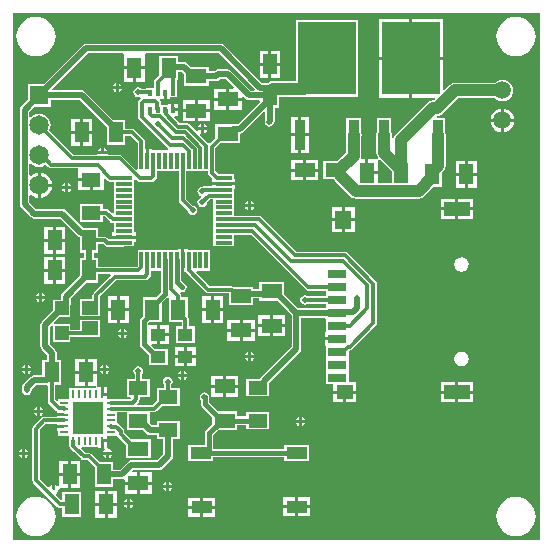
<source format=gtl>
G04*
G04 #@! TF.GenerationSoftware,Altium Limited,Altium Designer,20.0.13 (296)*
G04*
G04 Layer_Physical_Order=1*
G04 Layer_Color=255*
%FSLAX25Y25*%
%MOIN*%
G70*
G01*
G75*
%ADD18R,0.05118X0.07087*%
%ADD19R,0.06496X0.04724*%
%ADD20R,0.01181X0.05709*%
%ADD21R,0.05709X0.01181*%
%ADD22R,0.07087X0.04842*%
%ADD23R,0.05512X0.06299*%
%ADD24R,0.08661X0.04724*%
%ADD25R,0.05512X0.04724*%
%ADD26R,0.06299X0.02756*%
%ADD27R,0.03740X0.10236*%
%ADD28R,0.19291X0.24410*%
%ADD29R,0.04842X0.07087*%
%ADD30R,0.07087X0.05118*%
%ADD31R,0.05118X0.04331*%
%ADD32R,0.04724X0.04724*%
%ADD33R,0.00984X0.03150*%
%ADD34R,0.03150X0.00984*%
%ADD35R,0.10236X0.10630*%
%ADD36R,0.05315X0.04528*%
%ADD37R,0.01378X0.01968*%
%ADD38R,0.07087X0.04331*%
%ADD57C,0.06496*%
%ADD58R,0.06496X0.06496*%
%ADD62C,0.03937*%
%ADD63C,0.01968*%
%ADD64C,0.01181*%
%ADD65C,0.01500*%
%ADD66C,0.05906*%
%ADD67C,0.01181*%
%ADD68C,0.01968*%
G36*
X262969Y351205D02*
X87425D01*
Y526748D01*
X262969D01*
Y351205D01*
D02*
G37*
%LPC*%
G36*
X255000Y525535D02*
X253725Y525410D01*
X252499Y525038D01*
X251369Y524434D01*
X250379Y523621D01*
X249566Y522631D01*
X248962Y521501D01*
X248590Y520275D01*
X248465Y519000D01*
X248590Y517725D01*
X248962Y516499D01*
X249566Y515369D01*
X250379Y514379D01*
X251369Y513566D01*
X252499Y512962D01*
X253725Y512590D01*
X255000Y512465D01*
X256275Y512590D01*
X257501Y512962D01*
X258631Y513566D01*
X259621Y514379D01*
X260434Y515369D01*
X261038Y516499D01*
X261410Y517725D01*
X261535Y519000D01*
X261410Y520275D01*
X261038Y521501D01*
X260434Y522631D01*
X259621Y523621D01*
X258631Y524434D01*
X257501Y525038D01*
X256275Y525410D01*
X255000Y525535D01*
D02*
G37*
G36*
X95000D02*
X93725Y525410D01*
X92499Y525038D01*
X91369Y524434D01*
X90379Y523621D01*
X89566Y522631D01*
X88962Y521501D01*
X88590Y520275D01*
X88465Y519000D01*
X88590Y517725D01*
X88962Y516499D01*
X89566Y515369D01*
X90379Y514379D01*
X91369Y513566D01*
X92499Y512962D01*
X93725Y512590D01*
X95000Y512465D01*
X96275Y512590D01*
X97501Y512962D01*
X98631Y513566D01*
X99621Y514379D01*
X100434Y515369D01*
X101038Y516499D01*
X101410Y517725D01*
X101535Y519000D01*
X101410Y520275D01*
X101038Y521501D01*
X100434Y522631D01*
X99621Y523621D01*
X98631Y524434D01*
X97501Y525038D01*
X96275Y525410D01*
X95000Y525535D01*
D02*
G37*
G36*
X230646Y524957D02*
X220500D01*
Y512252D01*
X230646D01*
Y524957D01*
D02*
G37*
G36*
X219500D02*
X209354D01*
Y512252D01*
X219500D01*
Y524957D01*
D02*
G37*
G36*
X176421Y514201D02*
X173500D01*
Y510157D01*
X176421D01*
Y514201D01*
D02*
G37*
G36*
X172500D02*
X169579D01*
Y510157D01*
X172500D01*
Y514201D01*
D02*
G37*
G36*
X176421Y509158D02*
X173500D01*
Y505114D01*
X176421D01*
Y509158D01*
D02*
G37*
G36*
X172500D02*
X169579D01*
Y505114D01*
X172500D01*
Y509158D01*
D02*
G37*
G36*
X202244Y524555D02*
X181756D01*
Y504105D01*
X174051D01*
X173381Y504017D01*
X172757Y503758D01*
X172400Y503484D01*
X171719D01*
X171563Y503515D01*
X170420D01*
X157795Y516141D01*
X157271Y516491D01*
X156654Y516614D01*
X111693D01*
X111075Y516491D01*
X110552Y516141D01*
X97627Y503217D01*
X92216D01*
Y497806D01*
X90091Y495680D01*
X89741Y495157D01*
X89619Y494539D01*
Y463098D01*
X89741Y462481D01*
X90091Y461957D01*
X93347Y458702D01*
X93871Y458352D01*
X94488Y458229D01*
X103198D01*
X109009Y452418D01*
X109532Y452068D01*
X109551Y452064D01*
Y446858D01*
X111095D01*
Y445142D01*
X109551D01*
Y439140D01*
X103780Y433369D01*
X103430Y432846D01*
X103308Y432228D01*
Y431307D01*
X100583D01*
Y427668D01*
X96890Y423976D01*
X96541Y423452D01*
X96418Y422835D01*
Y415748D01*
X96541Y415131D01*
X96890Y414607D01*
X98670Y412828D01*
Y411142D01*
X97134D01*
Y406055D01*
X94441D01*
X93823Y405932D01*
X93300Y405582D01*
X90859Y403141D01*
X90509Y402618D01*
X90386Y402000D01*
Y401000D01*
X90509Y400383D01*
X90859Y399859D01*
X91382Y399509D01*
X92000Y399386D01*
X92617Y399509D01*
X93141Y399859D01*
X93491Y400383D01*
X93614Y401000D01*
Y401332D01*
X95109Y402827D01*
X98716D01*
X99079Y402441D01*
Y397385D01*
X99171Y396921D01*
X99434Y396528D01*
X101792Y394170D01*
X101953Y394063D01*
Y393461D01*
X104528D01*
Y392461D01*
X101953D01*
Y392204D01*
X97684D01*
X97220Y392112D01*
X96827Y391849D01*
X94143Y389165D01*
X93880Y388772D01*
X93788Y388308D01*
Y371000D01*
X93880Y370536D01*
X94143Y370143D01*
X102143Y362143D01*
X102536Y361880D01*
X103000Y361788D01*
X103842D01*
Y358858D01*
X110158D01*
Y367142D01*
X103842D01*
Y364579D01*
X103342Y364372D01*
X101673Y366041D01*
X101800Y366622D01*
X102147Y366853D01*
X102498Y367379D01*
X102622Y368000D01*
X102621Y368003D01*
X103041Y368457D01*
X105791D01*
Y372500D01*
X102732D01*
Y369170D01*
X102232Y369019D01*
X102147Y369147D01*
X101621Y369498D01*
X101500Y369522D01*
Y368000D01*
X100500D01*
Y369522D01*
X100379Y369498D01*
X99853Y369147D01*
X99622Y368800D01*
X99041Y368673D01*
X96212Y371502D01*
Y387806D01*
X98186Y389780D01*
X101953D01*
Y389524D01*
X104527D01*
Y388524D01*
X101953D01*
Y387531D01*
X102354D01*
Y385965D01*
X106193D01*
Y384807D01*
X106164Y384763D01*
X106071Y384299D01*
X106164Y383835D01*
X106170Y383826D01*
Y382421D01*
X106193Y382304D01*
Y382126D01*
X106228D01*
X106262Y381957D01*
X106525Y381564D01*
X107410Y380678D01*
X107803Y380415D01*
X107887Y380399D01*
X110050Y378235D01*
X110444Y377972D01*
X110908Y377880D01*
X112098D01*
X114551Y375427D01*
Y368858D01*
X120866D01*
Y371386D01*
X123695D01*
X124083Y371463D01*
X124583Y371134D01*
Y370591D01*
X128626D01*
Y373650D01*
X127280D01*
X127088Y374112D01*
X127426Y374449D01*
X136063D01*
X136680Y374572D01*
X137204Y374922D01*
X140267Y377985D01*
X140617Y378508D01*
X140740Y379126D01*
Y384827D01*
X142972D01*
Y390748D01*
X135280D01*
Y389401D01*
X133594D01*
X132972Y390022D01*
Y393717D01*
X134358D01*
X134822Y393809D01*
X135215Y394072D01*
X136994Y395850D01*
X142972D01*
Y401772D01*
X140189D01*
Y402903D01*
X140467Y403320D01*
X140590Y403937D01*
X140467Y404555D01*
X140117Y405078D01*
X139594Y405428D01*
X138976Y405551D01*
X138359Y405428D01*
X137835Y405078D01*
X137486Y404555D01*
X137363Y403937D01*
X137486Y403320D01*
X137764Y402903D01*
Y401772D01*
X135280D01*
Y397565D01*
X133856Y396141D01*
X128824D01*
X128633Y396603D01*
X129204Y397174D01*
X129466Y397568D01*
X129559Y398031D01*
Y398850D01*
X132972D01*
Y404772D01*
X130346D01*
Y406446D01*
X130625Y406863D01*
X130748Y407480D01*
X130625Y408098D01*
X130275Y408621D01*
X129751Y408971D01*
X129134Y409094D01*
X128516Y408971D01*
X127993Y408621D01*
X127643Y408098D01*
X127520Y407480D01*
X127643Y406863D01*
X127922Y406446D01*
Y404772D01*
X125279D01*
Y398850D01*
X126479D01*
X126723Y398350D01*
X126538Y398110D01*
X119882D01*
X119418Y398018D01*
X119374Y397988D01*
X118618D01*
Y399153D01*
X117126D01*
Y399654D01*
X116626D01*
Y402228D01*
X115869Y402228D01*
X115760Y402252D01*
X115596Y402298D01*
X115524Y402325D01*
X115377Y402455D01*
X115293Y402743D01*
X115275Y402824D01*
X115268Y402876D01*
X115268Y402924D01*
Y406500D01*
X112209D01*
Y402457D01*
X114800D01*
X114929Y402457D01*
X115188Y402164D01*
X115251Y401893D01*
X115226Y401827D01*
X106193D01*
Y397988D01*
X102354D01*
Y397690D01*
X101892Y397499D01*
X101504Y397888D01*
Y402858D01*
X103449D01*
Y411142D01*
X101897D01*
Y413496D01*
X101774Y414114D01*
X101425Y414637D01*
X99645Y416416D01*
Y422166D01*
X100083Y422604D01*
X100583Y422397D01*
Y417118D01*
X106504D01*
Y418866D01*
X111319D01*
X111436Y418890D01*
X116248D01*
Y424614D01*
X109736D01*
Y421291D01*
X106504D01*
Y423039D01*
X101225D01*
X101018Y423539D01*
X102865Y425386D01*
X106504D01*
Y429568D01*
X106535Y429724D01*
Y431560D01*
X111833Y436858D01*
X115866D01*
Y439788D01*
X119703D01*
X119895Y439326D01*
X114202Y433633D01*
X113939Y433240D01*
X113847Y432776D01*
Y431504D01*
X109736D01*
Y425779D01*
X116248D01*
Y430198D01*
X116271Y430315D01*
Y432273D01*
X121762Y437764D01*
X131450D01*
X131914Y437856D01*
X132307Y438119D01*
X132999Y438811D01*
X133262Y439204D01*
X133354Y439668D01*
Y440913D01*
X136672D01*
Y433695D01*
X135071Y432094D01*
X130701D01*
Y425755D01*
X130130Y425185D01*
X129832Y424739D01*
X129727Y424213D01*
X129727Y424213D01*
Y416454D01*
X129727Y416454D01*
X129832Y415928D01*
X130130Y415482D01*
X132656Y412956D01*
Y409373D01*
X138971D01*
Y414900D01*
X134601D01*
X133484Y416017D01*
X133675Y416479D01*
X135253D01*
Y419645D01*
Y422810D01*
X132477D01*
Y423643D01*
X132645Y423811D01*
X137016D01*
Y430150D01*
X138862Y431997D01*
X139362Y431789D01*
X139362Y431685D01*
Y423811D01*
X143596D01*
Y422408D01*
X141651D01*
Y416881D01*
X147966D01*
Y422408D01*
X146020D01*
Y424680D01*
X145928Y425144D01*
X145677Y425520D01*
Y432094D01*
X143440D01*
Y432576D01*
X143347Y433040D01*
X143085Y433432D01*
X143086Y433436D01*
X143332Y433893D01*
X143701Y433819D01*
X144318Y433942D01*
X144842Y434292D01*
X145192Y434816D01*
X145315Y435433D01*
X145192Y436051D01*
X144842Y436574D01*
X144318Y436924D01*
X144272Y436933D01*
X143359Y437846D01*
Y440512D01*
X143453D01*
Y444366D01*
Y448220D01*
X142362D01*
Y447819D01*
X128984D01*
Y444483D01*
X128961Y444366D01*
Y442604D01*
X128569Y442212D01*
X115866D01*
Y445142D01*
X114322D01*
Y446858D01*
X115866D01*
Y449788D01*
X117474D01*
X117946Y449316D01*
X118339Y449053D01*
X118803Y448961D01*
X124366D01*
X124483Y448984D01*
X127819D01*
Y450551D01*
X128220D01*
Y451642D01*
X124366D01*
X120512D01*
Y451385D01*
X119305D01*
X118834Y451857D01*
X118440Y452120D01*
X117976Y452212D01*
X115866D01*
Y455142D01*
X111290D01*
X111134Y455173D01*
X110818D01*
X105007Y460984D01*
X104484Y461333D01*
X103866Y461456D01*
X95157D01*
X92846Y463767D01*
Y465854D01*
X93346Y466100D01*
X93921Y465659D01*
X94954Y465231D01*
X95563Y465151D01*
Y469370D01*
Y473589D01*
X94954Y473509D01*
X93921Y473081D01*
X93346Y472640D01*
X92846Y472886D01*
Y476466D01*
X93176Y476578D01*
X93346Y476607D01*
X94123Y476010D01*
X95059Y475623D01*
X96063Y475490D01*
X97067Y475623D01*
X98003Y476010D01*
X98304Y476241D01*
X99168Y475377D01*
X99562Y475114D01*
X100026Y475022D01*
X108895D01*
X109138Y474622D01*
Y471760D01*
X113386D01*
Y471260D01*
X113886D01*
Y467898D01*
X117634D01*
Y471565D01*
X118096Y471757D01*
X118883Y470970D01*
X119276Y470707D01*
X119740Y470614D01*
X120913D01*
Y468669D01*
Y464732D01*
Y460096D01*
X120451Y459905D01*
X119263Y461093D01*
X118869Y461356D01*
X118405Y461448D01*
X117232D01*
Y463197D01*
X109539D01*
Y457276D01*
X117232D01*
Y459024D01*
X117903D01*
X119737Y457190D01*
X120131Y456927D01*
X120595Y456835D01*
X120913D01*
Y453732D01*
X120512D01*
Y452642D01*
X124366D01*
X128220D01*
Y453732D01*
X127819D01*
Y458827D01*
Y462764D01*
Y466701D01*
Y471133D01*
X128281Y471324D01*
X128808Y470796D01*
X129202Y470534D01*
X129666Y470441D01*
X133418D01*
X133882Y470534D01*
X134275Y470796D01*
X134967Y471488D01*
X135230Y471881D01*
X135322Y472345D01*
Y474181D01*
X142740D01*
Y464315D01*
X142833Y463851D01*
X143096Y463458D01*
X145655Y460898D01*
X145753Y460406D01*
X146103Y459883D01*
X146627Y459533D01*
X147244Y459410D01*
X147862Y459533D01*
X148385Y459883D01*
X148735Y460406D01*
X148858Y461024D01*
X148735Y461641D01*
X148385Y462165D01*
X147862Y462514D01*
X147370Y462612D01*
X145165Y464817D01*
Y474181D01*
X152394D01*
Y473591D01*
X152486Y473127D01*
X152749Y472733D01*
X153598Y471884D01*
X153779Y471449D01*
X153779D01*
X153779Y471449D01*
Y470358D01*
X157634D01*
X161488D01*
Y471449D01*
X161087D01*
Y473016D01*
X157751D01*
X157634Y473039D01*
X155872D01*
X154819Y474093D01*
Y481671D01*
X156573Y483425D01*
X163142D01*
Y486585D01*
X163555Y486667D01*
X164078Y487016D01*
X170924Y493863D01*
X171386Y493671D01*
Y491232D01*
X171344Y491169D01*
X171221Y490551D01*
X171344Y489934D01*
X171694Y489410D01*
X172217Y489060D01*
X172835Y488938D01*
X173452Y489060D01*
X173976Y489410D01*
X174141Y489575D01*
X174491Y490099D01*
X174614Y490717D01*
Y495201D01*
X176020D01*
Y498927D01*
X184323D01*
X184323Y498927D01*
X184491Y498949D01*
X202244D01*
Y524555D01*
D02*
G37*
G36*
X219500Y511252D02*
X209354D01*
Y498547D01*
X219500D01*
Y511252D01*
D02*
G37*
G36*
X230646D02*
X220500D01*
Y498547D01*
X227961D01*
X228152Y498085D01*
X227783Y497716D01*
X227323D01*
X226653Y497627D01*
X226029Y497369D01*
X225493Y496957D01*
X225493Y496957D01*
X214901Y486367D01*
X214490Y485830D01*
X214231Y485206D01*
X214211Y485052D01*
X213711Y485084D01*
Y486063D01*
X213623Y486733D01*
X213492Y487049D01*
Y491878D01*
X208555D01*
Y486910D01*
X208523Y486832D01*
X208435Y486161D01*
X208523Y485491D01*
X208533Y485467D01*
Y480217D01*
X208533Y480217D01*
X208621Y479546D01*
X208880Y478922D01*
X208968Y478807D01*
X208954Y478575D01*
X208896Y478238D01*
X208851Y478188D01*
X208515Y478165D01*
X208398Y478165D01*
X205815D01*
Y474122D01*
X208874D01*
Y477675D01*
X208874Y477742D01*
X209345Y478178D01*
X209508Y478169D01*
X213575Y474102D01*
Y470101D01*
X208874D01*
Y473122D01*
X205315D01*
Y473622D01*
X204815D01*
Y478165D01*
X203751D01*
X203505Y478436D01*
X203391Y478665D01*
X203467Y479244D01*
Y485467D01*
X203477Y485491D01*
X203566Y486161D01*
X203477Y486832D01*
X203445Y486910D01*
Y491878D01*
X198508D01*
Y487049D01*
X198377Y486733D01*
X198289Y486063D01*
X198289Y486063D01*
Y480316D01*
X195402Y477429D01*
X190779D01*
Y471390D01*
X194272D01*
X194665Y470878D01*
X199862Y465681D01*
X199862Y465681D01*
X200398Y465270D01*
X201023Y465011D01*
X201693Y464923D01*
X222579D01*
X222579Y464923D01*
X223249Y465011D01*
X223873Y465270D01*
X224410Y465681D01*
X227587Y468858D01*
X230240D01*
Y473480D01*
X230807Y474047D01*
X230807Y474047D01*
X231219Y474583D01*
X231477Y475208D01*
X231565Y475878D01*
X231565Y475878D01*
Y486161D01*
X231477Y486832D01*
X231445Y486910D01*
Y491878D01*
X228786D01*
X228535Y492378D01*
X228654Y492538D01*
X228855D01*
X228855Y492538D01*
X229525Y492626D01*
X230150Y492884D01*
X230686Y493296D01*
X235801Y498411D01*
X248041D01*
X248709Y497898D01*
X249573Y497540D01*
X250500Y497418D01*
X251427Y497540D01*
X252291Y497898D01*
X253033Y498467D01*
X253602Y499209D01*
X253960Y500073D01*
X254082Y501000D01*
X253960Y501927D01*
X253602Y502791D01*
X253033Y503533D01*
X252291Y504102D01*
X251427Y504460D01*
X250500Y504582D01*
X249573Y504460D01*
X248709Y504102D01*
X248041Y503589D01*
X234729D01*
X234729Y503589D01*
X234058Y503501D01*
X233434Y503242D01*
X232898Y502831D01*
X231108Y501041D01*
X230646Y501232D01*
Y511252D01*
D02*
G37*
G36*
X251000Y494921D02*
Y491500D01*
X254421D01*
X254351Y492032D01*
X253953Y492993D01*
X253319Y493819D01*
X252493Y494453D01*
X251532Y494851D01*
X251000Y494921D01*
D02*
G37*
G36*
X250000D02*
X249468Y494851D01*
X248507Y494453D01*
X247681Y493819D01*
X247047Y492993D01*
X246649Y492032D01*
X246579Y491500D01*
X250000D01*
Y494921D01*
D02*
G37*
G36*
X254421Y490500D02*
X251000D01*
Y487079D01*
X251532Y487149D01*
X252493Y487547D01*
X253319Y488181D01*
X253953Y489007D01*
X254351Y489968D01*
X254421Y490500D01*
D02*
G37*
G36*
X250000D02*
X246579D01*
X246649Y489968D01*
X247047Y489007D01*
X247681Y488181D01*
X248507Y487547D01*
X249468Y487149D01*
X250000Y487079D01*
Y490500D01*
D02*
G37*
G36*
X185894Y492279D02*
X183524D01*
Y486661D01*
X185894D01*
Y492279D01*
D02*
G37*
G36*
X182524D02*
X180154D01*
Y486661D01*
X182524D01*
Y492279D01*
D02*
G37*
G36*
X185894Y485662D02*
X183524D01*
Y480043D01*
X185894D01*
Y485662D01*
D02*
G37*
G36*
X182524D02*
X180154D01*
Y480043D01*
X182524D01*
Y485662D01*
D02*
G37*
G36*
X189150Y477831D02*
X185106D01*
Y474909D01*
X189150D01*
Y477831D01*
D02*
G37*
G36*
X184106D02*
X180063D01*
Y474909D01*
X184106D01*
Y477831D01*
D02*
G37*
G36*
X242059Y477543D02*
X239000D01*
Y473500D01*
X242059D01*
Y477543D01*
D02*
G37*
G36*
X238000D02*
X234941D01*
Y473500D01*
X238000D01*
Y477543D01*
D02*
G37*
G36*
X189150Y473910D02*
X185106D01*
Y470988D01*
X189150D01*
Y473910D01*
D02*
G37*
G36*
X184106D02*
X180063D01*
Y470988D01*
X184106D01*
Y473910D01*
D02*
G37*
G36*
X96563Y473589D02*
Y469870D01*
X100282D01*
X100202Y470479D01*
X99774Y471512D01*
X99093Y472400D01*
X98205Y473081D01*
X97172Y473509D01*
X96563Y473589D01*
D02*
G37*
G36*
X105815Y470026D02*
Y469004D01*
X106837D01*
X106813Y469125D01*
X106462Y469651D01*
X105936Y470002D01*
X105815Y470026D01*
D02*
G37*
G36*
X104815D02*
X104694Y470002D01*
X104168Y469651D01*
X103817Y469125D01*
X103793Y469004D01*
X104815D01*
Y470026D01*
D02*
G37*
G36*
X161488Y469358D02*
X157634D01*
X153779D01*
Y469102D01*
X151174D01*
X150710Y469010D01*
X150553Y468905D01*
X150394Y468936D01*
X149776Y468814D01*
X149253Y468464D01*
X148903Y467940D01*
X148780Y467323D01*
X148903Y466705D01*
X149253Y466182D01*
X149776Y465832D01*
X149906Y465806D01*
Y465296D01*
X149776Y465270D01*
X149253Y464921D01*
X148903Y464397D01*
X148780Y463779D01*
X148903Y463162D01*
X149253Y462639D01*
X149776Y462289D01*
X150394Y462166D01*
X151011Y462289D01*
X151535Y462639D01*
X151885Y463162D01*
X151982Y463654D01*
X153038Y464709D01*
X154181D01*
Y460795D01*
Y456858D01*
Y452921D01*
Y448984D01*
X161087D01*
Y452898D01*
X166631D01*
X184881Y434648D01*
X185274Y434385D01*
X185738Y434293D01*
X191785D01*
Y433651D01*
X191785Y433529D01*
Y433151D01*
X191785Y433029D01*
Y432351D01*
X185716D01*
X185299Y432629D01*
X184682Y432752D01*
X184064Y432629D01*
X183541Y432280D01*
X183191Y431756D01*
X183068Y431139D01*
X183191Y430521D01*
X183541Y429997D01*
X184064Y429648D01*
X184682Y429525D01*
X185299Y429648D01*
X185716Y429926D01*
X191785D01*
Y429320D01*
X191785Y429198D01*
Y428821D01*
X191385Y428458D01*
X182486D01*
X177764Y433180D01*
Y437213D01*
X169480D01*
Y434881D01*
X167528D01*
Y435638D01*
X160550D01*
X160433Y435661D01*
X160362D01*
X160205Y435766D01*
X159741Y435858D01*
X152986D01*
X148392Y440451D01*
X148584Y440913D01*
X153016D01*
Y447819D01*
X145543D01*
Y448220D01*
X144453D01*
Y444366D01*
Y440512D01*
X144957D01*
X145064Y440351D01*
X151627Y433788D01*
X152020Y433526D01*
X152484Y433433D01*
X159244D01*
Y429323D01*
X167528D01*
Y431654D01*
X169480D01*
Y430898D01*
X175482D01*
X180204Y426176D01*
Y415557D01*
X170020Y405373D01*
X169724Y404929D01*
X165051D01*
Y399008D01*
X172744D01*
Y403191D01*
X172775Y403346D01*
Y403564D01*
X182958Y413747D01*
X183308Y414271D01*
X183431Y414888D01*
Y425230D01*
X191453D01*
X191785Y424868D01*
Y424490D01*
X191785D01*
Y420561D01*
X191383D01*
Y418683D01*
X195533D01*
Y417683D01*
X191383D01*
Y415805D01*
X191785D01*
Y411998D01*
X191785Y411876D01*
Y411498D01*
X191785Y411376D01*
Y407667D01*
X191785Y407545D01*
Y407167D01*
X191785Y407045D01*
Y403214D01*
X194139D01*
Y400966D01*
X197895D01*
X201651D01*
Y403828D01*
X199281D01*
Y407045D01*
X199281Y407167D01*
Y407545D01*
X199281Y407667D01*
Y411376D01*
X199281Y411498D01*
Y411876D01*
X199281Y411998D01*
Y414114D01*
X199571Y414403D01*
X199652D01*
X200115Y414496D01*
X200509Y414759D01*
X208337Y422587D01*
X208600Y422981D01*
X208693Y423445D01*
Y436615D01*
X208600Y437079D01*
X208337Y437472D01*
X198889Y446920D01*
X198496Y447183D01*
X198032Y447275D01*
X181998D01*
X170369Y458904D01*
X169976Y459167D01*
X169512Y459260D01*
X161087D01*
Y464732D01*
Y468268D01*
X161488D01*
Y469358D01*
D02*
G37*
G36*
X242059Y472500D02*
X239000D01*
Y468457D01*
X242059D01*
Y472500D01*
D02*
G37*
G36*
X238000D02*
X234941D01*
Y468457D01*
X238000D01*
Y472500D01*
D02*
G37*
G36*
X112886Y470760D02*
X109138D01*
Y467898D01*
X112886D01*
Y470760D01*
D02*
G37*
G36*
X106837Y468004D02*
X105815D01*
Y466982D01*
X105936Y467006D01*
X106462Y467357D01*
X106813Y467883D01*
X106837Y468004D01*
D02*
G37*
G36*
X104815D02*
X103793D01*
X103817Y467883D01*
X104168Y467357D01*
X104694Y467006D01*
X104815Y466982D01*
Y468004D01*
D02*
G37*
G36*
X100282Y468870D02*
X96563D01*
Y465151D01*
X97172Y465231D01*
X98205Y465659D01*
X99093Y466340D01*
X99774Y467228D01*
X100202Y468261D01*
X100282Y468870D01*
D02*
G37*
G36*
X166839Y464121D02*
Y463098D01*
X167861D01*
X167837Y463219D01*
X167485Y463745D01*
X166959Y464097D01*
X166839Y464121D01*
D02*
G37*
G36*
X165839D02*
X165718Y464097D01*
X165192Y463745D01*
X164840Y463219D01*
X164816Y463098D01*
X165839D01*
Y464121D01*
D02*
G37*
G36*
X240628Y464852D02*
X235797D01*
Y461990D01*
X240628D01*
Y464852D01*
D02*
G37*
G36*
X234797D02*
X229966D01*
Y461990D01*
X234797D01*
Y464852D01*
D02*
G37*
G36*
X167861Y462098D02*
X166839D01*
Y461076D01*
X166959Y461100D01*
X167485Y461452D01*
X167837Y461978D01*
X167861Y462098D01*
D02*
G37*
G36*
X165839D02*
X164816D01*
X164840Y461978D01*
X165192Y461452D01*
X165718Y461100D01*
X165839Y461076D01*
Y462098D01*
D02*
G37*
G36*
X201257Y462096D02*
X198002D01*
Y458447D01*
X201257D01*
Y462096D01*
D02*
G37*
G36*
X197002D02*
X193746D01*
Y458447D01*
X197002D01*
Y462096D01*
D02*
G37*
G36*
X240628Y460990D02*
X235797D01*
Y458128D01*
X240628D01*
Y460990D01*
D02*
G37*
G36*
X234797D02*
X229966D01*
Y458128D01*
X234797D01*
Y460990D01*
D02*
G37*
G36*
X201257Y457446D02*
X198002D01*
Y453797D01*
X201257D01*
Y457446D01*
D02*
G37*
G36*
X197002D02*
X193746D01*
Y453797D01*
X197002D01*
Y457446D01*
D02*
G37*
G36*
X104850Y455543D02*
X101791D01*
Y451500D01*
X104850D01*
Y455543D01*
D02*
G37*
G36*
X100791D02*
X97732D01*
Y451500D01*
X100791D01*
Y455543D01*
D02*
G37*
G36*
X104850Y450500D02*
X101791D01*
Y446457D01*
X104850D01*
Y450500D01*
D02*
G37*
G36*
X100791D02*
X97732D01*
Y446457D01*
X100791D01*
Y450500D01*
D02*
G37*
G36*
X104850Y445543D02*
X101791D01*
Y441500D01*
X104850D01*
Y445543D01*
D02*
G37*
G36*
X100791D02*
X97732D01*
Y441500D01*
X100791D01*
Y445543D01*
D02*
G37*
G36*
X236872Y445402D02*
X235947Y445218D01*
X235163Y444695D01*
X234639Y443911D01*
X234455Y442986D01*
X234639Y442061D01*
X235163Y441277D01*
X235947Y440753D01*
X236872Y440569D01*
X237796Y440753D01*
X238580Y441277D01*
X239104Y442061D01*
X239288Y442986D01*
X239104Y443911D01*
X238580Y444695D01*
X237796Y445218D01*
X236872Y445402D01*
D02*
G37*
G36*
X104850Y440500D02*
X101791D01*
Y436457D01*
X104850D01*
Y440500D01*
D02*
G37*
G36*
X100791D02*
X97732D01*
Y436457D01*
X100791D01*
Y440500D01*
D02*
G37*
G36*
X96957Y433609D02*
Y432587D01*
X97979D01*
X97955Y432707D01*
X97603Y433233D01*
X97077Y433585D01*
X96957Y433609D01*
D02*
G37*
G36*
X95957D02*
X95836Y433585D01*
X95310Y433233D01*
X94958Y432707D01*
X94934Y432587D01*
X95957D01*
Y433609D01*
D02*
G37*
G36*
X97979Y431587D02*
X96957D01*
Y430564D01*
X97077Y430588D01*
X97603Y430940D01*
X97955Y431466D01*
X97979Y431587D01*
D02*
G37*
G36*
X95957D02*
X94934D01*
X94958Y431466D01*
X95310Y430940D01*
X95836Y430588D01*
X95957Y430564D01*
Y431587D01*
D02*
G37*
G36*
X157496Y432496D02*
X154437D01*
Y428453D01*
X157496D01*
Y432496D01*
D02*
G37*
G36*
X126000D02*
X122941D01*
Y428453D01*
X126000D01*
Y432496D01*
D02*
G37*
G36*
X121941D02*
X118882D01*
Y428453D01*
X121941D01*
Y432496D01*
D02*
G37*
G36*
X153437D02*
X150378D01*
Y428453D01*
X153437D01*
Y432496D01*
D02*
G37*
G36*
X157496Y427453D02*
X154437D01*
Y423410D01*
X157496D01*
Y427453D01*
D02*
G37*
G36*
X153437D02*
X150378D01*
Y423410D01*
X153437D01*
Y427453D01*
D02*
G37*
G36*
X126000D02*
X122941D01*
Y423410D01*
X126000D01*
Y427453D01*
D02*
G37*
G36*
X121941D02*
X118882D01*
Y423410D01*
X121941D01*
Y427453D01*
D02*
G37*
G36*
X178165Y426197D02*
X174122D01*
Y423138D01*
X178165D01*
Y426197D01*
D02*
G37*
G36*
X173122D02*
X169079D01*
Y423138D01*
X173122D01*
Y426197D01*
D02*
G37*
G36*
X167929Y424622D02*
X163886D01*
Y421563D01*
X167929D01*
Y424622D01*
D02*
G37*
G36*
X162886D02*
X158843D01*
Y421563D01*
X162886D01*
Y424622D01*
D02*
G37*
G36*
X124500Y421522D02*
Y420500D01*
X125522D01*
X125498Y420621D01*
X125147Y421147D01*
X124621Y421498D01*
X124500Y421522D01*
D02*
G37*
G36*
X123500D02*
X123379Y421498D01*
X122853Y421147D01*
X122502Y420621D01*
X122478Y420500D01*
X123500D01*
Y421522D01*
D02*
G37*
G36*
X139312Y422810D02*
X136253D01*
Y420145D01*
X139312D01*
Y422810D01*
D02*
G37*
G36*
X178165Y422138D02*
X174122D01*
Y419079D01*
X178165D01*
Y422138D01*
D02*
G37*
G36*
X173122D02*
X169079D01*
Y419079D01*
X173122D01*
Y422138D01*
D02*
G37*
G36*
X125522Y419500D02*
X124500D01*
Y418478D01*
X124621Y418502D01*
X125147Y418853D01*
X125498Y419379D01*
X125522Y419500D01*
D02*
G37*
G36*
X123500D02*
X122478D01*
X122502Y419379D01*
X122853Y418853D01*
X123379Y418502D01*
X123500Y418478D01*
Y419500D01*
D02*
G37*
G36*
X167929Y420563D02*
X163886D01*
Y417504D01*
X167929D01*
Y420563D01*
D02*
G37*
G36*
X162886D02*
X158843D01*
Y417504D01*
X162886D01*
Y420563D01*
D02*
G37*
G36*
X139312Y419145D02*
X136253D01*
Y416479D01*
X139312D01*
Y419145D01*
D02*
G37*
G36*
X166839Y413924D02*
Y412902D01*
X167861D01*
X167837Y413022D01*
X167485Y413548D01*
X166959Y413900D01*
X166839Y413924D01*
D02*
G37*
G36*
X165839D02*
X165718Y413900D01*
X165192Y413548D01*
X164840Y413022D01*
X164816Y412902D01*
X165839D01*
Y413924D01*
D02*
G37*
G36*
X148385Y415366D02*
X145326D01*
Y412700D01*
X148385D01*
Y415366D01*
D02*
G37*
G36*
X144326D02*
X141267D01*
Y412700D01*
X144326D01*
Y415366D01*
D02*
G37*
G36*
X167861Y411902D02*
X166839D01*
Y410879D01*
X166959Y410903D01*
X167485Y411255D01*
X167837Y411781D01*
X167861Y411902D01*
D02*
G37*
G36*
X165839D02*
X164816D01*
X164840Y411781D01*
X165192Y411255D01*
X165718Y410903D01*
X165839Y410879D01*
Y411902D01*
D02*
G37*
G36*
X236872Y413906D02*
X235947Y413722D01*
X235163Y413199D01*
X234639Y412415D01*
X234455Y411490D01*
X234639Y410565D01*
X235163Y409781D01*
X235947Y409257D01*
X236872Y409073D01*
X237796Y409257D01*
X238580Y409781D01*
X239104Y410565D01*
X239288Y411490D01*
X239104Y412415D01*
X238580Y413199D01*
X237796Y413722D01*
X236872Y413906D01*
D02*
G37*
G36*
X148385Y411700D02*
X145326D01*
Y409035D01*
X148385D01*
Y411700D01*
D02*
G37*
G36*
X144326D02*
X141267D01*
Y409035D01*
X144326D01*
Y411700D01*
D02*
G37*
G36*
X118500Y409522D02*
Y408500D01*
X119522D01*
X119498Y408621D01*
X119147Y409147D01*
X118621Y409498D01*
X118500Y409522D01*
D02*
G37*
G36*
X117500D02*
X117379Y409498D01*
X116853Y409147D01*
X116502Y408621D01*
X116478Y408500D01*
X117500D01*
Y409522D01*
D02*
G37*
G36*
X92500D02*
Y408500D01*
X93522D01*
X93498Y408621D01*
X93147Y409147D01*
X92621Y409498D01*
X92500Y409522D01*
D02*
G37*
G36*
X91500D02*
X91379Y409498D01*
X90853Y409147D01*
X90502Y408621D01*
X90478Y408500D01*
X91500D01*
Y409522D01*
D02*
G37*
G36*
X115268Y411543D02*
X112209D01*
Y407500D01*
X115268D01*
Y411543D01*
D02*
G37*
G36*
X111209D02*
X108150D01*
Y407500D01*
X111209D01*
Y411543D01*
D02*
G37*
G36*
X144500Y407522D02*
Y406500D01*
X145522D01*
X145498Y406621D01*
X145147Y407147D01*
X144621Y407498D01*
X144500Y407522D01*
D02*
G37*
G36*
X143500D02*
X143379Y407498D01*
X142853Y407147D01*
X142502Y406621D01*
X142478Y406500D01*
X143500D01*
Y407522D01*
D02*
G37*
G36*
X119522Y407500D02*
X118500D01*
Y406478D01*
X118621Y406502D01*
X119147Y406853D01*
X119498Y407379D01*
X119522Y407500D01*
D02*
G37*
G36*
X117500D02*
X116478D01*
X116502Y407379D01*
X116853Y406853D01*
X117379Y406502D01*
X117500Y406478D01*
Y407500D01*
D02*
G37*
G36*
X93522D02*
X92500D01*
Y406478D01*
X92621Y406502D01*
X93147Y406853D01*
X93498Y407379D01*
X93522Y407500D01*
D02*
G37*
G36*
X91500D02*
X90478D01*
X90502Y407379D01*
X90853Y406853D01*
X91379Y406502D01*
X91500Y406478D01*
Y407500D01*
D02*
G37*
G36*
X145522Y405500D02*
X144500D01*
Y404478D01*
X144621Y404502D01*
X145147Y404853D01*
X145498Y405379D01*
X145522Y405500D01*
D02*
G37*
G36*
X143500D02*
X142478D01*
X142502Y405379D01*
X142853Y404853D01*
X143379Y404502D01*
X143500Y404478D01*
Y405500D01*
D02*
G37*
G36*
X162417Y405921D02*
X158374D01*
Y402862D01*
X162417D01*
Y405921D01*
D02*
G37*
G36*
X157374D02*
X153331D01*
Y402862D01*
X157374D01*
Y405921D01*
D02*
G37*
G36*
X111209Y406500D02*
X108150D01*
Y402457D01*
X111209D01*
Y406500D01*
D02*
G37*
G36*
X240628Y403828D02*
X235797D01*
Y400966D01*
X240628D01*
Y403828D01*
D02*
G37*
G36*
X234797D02*
X229966D01*
Y400966D01*
X234797D01*
Y403828D01*
D02*
G37*
G36*
X117626Y402228D02*
Y400153D01*
X118618D01*
Y402228D01*
X117626D01*
D02*
G37*
G36*
X162417Y401862D02*
X158374D01*
Y398803D01*
X162417D01*
Y401862D01*
D02*
G37*
G36*
X157374D02*
X153331D01*
Y398803D01*
X157374D01*
Y401862D01*
D02*
G37*
G36*
X240628Y399966D02*
X235797D01*
Y397104D01*
X240628D01*
Y399966D01*
D02*
G37*
G36*
X234797D02*
X229966D01*
Y397104D01*
X234797D01*
Y399966D01*
D02*
G37*
G36*
X201651Y399966D02*
X198395D01*
Y397104D01*
X201651D01*
Y399966D01*
D02*
G37*
G36*
X197395D02*
X194139D01*
Y397104D01*
X197395D01*
Y399966D01*
D02*
G37*
G36*
X96500Y395522D02*
Y394500D01*
X97522D01*
X97498Y394621D01*
X97147Y395147D01*
X96621Y395498D01*
X96500Y395522D01*
D02*
G37*
G36*
X95500D02*
X95379Y395498D01*
X94853Y395147D01*
X94502Y394621D01*
X94478Y394500D01*
X95500D01*
Y395522D01*
D02*
G37*
G36*
X97522Y393500D02*
X96500D01*
Y392478D01*
X96621Y392502D01*
X97147Y392853D01*
X97498Y393379D01*
X97522Y393500D01*
D02*
G37*
G36*
X95500D02*
X94478D01*
X94502Y393379D01*
X94853Y392853D01*
X95379Y392502D01*
X95500Y392478D01*
Y393500D01*
D02*
G37*
G36*
X183571Y392270D02*
Y391248D01*
X184593D01*
X184569Y391369D01*
X184218Y391895D01*
X183692Y392246D01*
X183571Y392270D01*
D02*
G37*
G36*
X182571D02*
X182450Y392246D01*
X181924Y391895D01*
X181573Y391369D01*
X181549Y391248D01*
X182571D01*
Y392270D01*
D02*
G37*
G36*
X184593Y390248D02*
X183571D01*
Y389226D01*
X183692Y389250D01*
X184218Y389601D01*
X184569Y390127D01*
X184593Y390248D01*
D02*
G37*
G36*
X182571D02*
X181549D01*
X181573Y390127D01*
X181924Y389601D01*
X182450Y389250D01*
X182571Y389226D01*
Y390248D01*
D02*
G37*
G36*
X151181Y400433D02*
X150564Y400310D01*
X150040Y399960D01*
X149690Y399436D01*
X149567Y398819D01*
X149690Y398201D01*
X149896Y397894D01*
Y396564D01*
X149896Y396564D01*
X150001Y396038D01*
X150299Y395592D01*
X153732Y392158D01*
Y389732D01*
X151782Y387781D01*
X151484Y387335D01*
X151379Y386809D01*
X151379Y386809D01*
Y382898D01*
X145819D01*
Y377370D01*
X154102D01*
Y378759D01*
X177748D01*
Y377370D01*
X186031D01*
Y382898D01*
X177748D01*
Y381509D01*
X154162D01*
X154129Y381549D01*
X154129Y381549D01*
Y386240D01*
X155677Y387787D01*
X162016D01*
Y389570D01*
X165051D01*
Y387984D01*
X172744D01*
Y393905D01*
X165051D01*
Y392320D01*
X162016D01*
Y394102D01*
X155677D01*
X152646Y397133D01*
Y398162D01*
X152672Y398201D01*
X152795Y398819D01*
X152672Y399436D01*
X152322Y399960D01*
X151799Y400310D01*
X151181Y400433D01*
D02*
G37*
G36*
X91500Y381522D02*
Y380500D01*
X92522D01*
X92498Y380621D01*
X92147Y381147D01*
X91621Y381498D01*
X91500Y381522D01*
D02*
G37*
G36*
X90500D02*
X90379Y381498D01*
X89853Y381147D01*
X89502Y380621D01*
X89478Y380500D01*
X90500D01*
Y381522D01*
D02*
G37*
G36*
X92522Y379500D02*
X91500D01*
Y378478D01*
X91621Y378502D01*
X92147Y378853D01*
X92498Y379379D01*
X92522Y379500D01*
D02*
G37*
G36*
X90500D02*
X89478D01*
X89502Y379379D01*
X89853Y378853D01*
X90379Y378502D01*
X90500Y378478D01*
Y379500D01*
D02*
G37*
G36*
X109850Y377543D02*
X106791D01*
Y373500D01*
X109850D01*
Y377543D01*
D02*
G37*
G36*
X105791D02*
X102732D01*
Y373500D01*
X105791D01*
Y377543D01*
D02*
G37*
G36*
X133669Y373650D02*
X129626D01*
Y370591D01*
X133669D01*
Y373650D01*
D02*
G37*
G36*
X139500Y370522D02*
Y369500D01*
X140522D01*
X140498Y369621D01*
X140147Y370147D01*
X139621Y370498D01*
X139500Y370522D01*
D02*
G37*
G36*
X138500D02*
X138379Y370498D01*
X137853Y370147D01*
X137502Y369621D01*
X137478Y369500D01*
X138500D01*
Y370522D01*
D02*
G37*
G36*
X109850Y372500D02*
X106791D01*
Y368457D01*
X109850D01*
Y372500D01*
D02*
G37*
G36*
X140522Y368500D02*
X139500D01*
Y367478D01*
X139621Y367502D01*
X140147Y367853D01*
X140498Y368379D01*
X140522Y368500D01*
D02*
G37*
G36*
X138500D02*
X137478D01*
X137502Y368379D01*
X137853Y367853D01*
X138379Y367502D01*
X138500Y367478D01*
Y368500D01*
D02*
G37*
G36*
X133669Y369591D02*
X129626D01*
Y366531D01*
X133669D01*
Y369591D01*
D02*
G37*
G36*
X128626D02*
X124583D01*
Y366531D01*
X128626D01*
Y369591D01*
D02*
G37*
G36*
X126484Y364711D02*
Y363689D01*
X127506D01*
X127482Y363810D01*
X127131Y364336D01*
X126605Y364687D01*
X126484Y364711D01*
D02*
G37*
G36*
X125484D02*
X125364Y364687D01*
X124838Y364336D01*
X124486Y363810D01*
X124462Y363689D01*
X125484D01*
Y364711D01*
D02*
G37*
G36*
X121976Y367543D02*
X118917D01*
Y363500D01*
X121976D01*
Y367543D01*
D02*
G37*
G36*
X117917D02*
X114858D01*
Y363500D01*
X117917D01*
Y367543D01*
D02*
G37*
G36*
X186433Y365425D02*
X182390D01*
Y362760D01*
X186433D01*
Y365425D01*
D02*
G37*
G36*
X181390D02*
X177347D01*
Y362760D01*
X181390D01*
Y365425D01*
D02*
G37*
G36*
X154748Y365283D02*
X150705D01*
Y362618D01*
X154748D01*
Y365283D01*
D02*
G37*
G36*
X149705D02*
X145661D01*
Y362618D01*
X149705D01*
Y365283D01*
D02*
G37*
G36*
X127506Y362689D02*
X126484D01*
Y361667D01*
X126605Y361691D01*
X127131Y362042D01*
X127482Y362568D01*
X127506Y362689D01*
D02*
G37*
G36*
X125484D02*
X124462D01*
X124486Y362568D01*
X124838Y362042D01*
X125364Y361691D01*
X125484Y361667D01*
Y362689D01*
D02*
G37*
G36*
X186433Y361760D02*
X182390D01*
Y359095D01*
X186433D01*
Y361760D01*
D02*
G37*
G36*
X181390D02*
X177347D01*
Y359095D01*
X181390D01*
Y361760D01*
D02*
G37*
G36*
X154748Y361618D02*
X150705D01*
Y358953D01*
X154748D01*
Y361618D01*
D02*
G37*
G36*
X149705D02*
X145661D01*
Y358953D01*
X149705D01*
Y361618D01*
D02*
G37*
G36*
X121976Y362500D02*
X118917D01*
Y358457D01*
X121976D01*
Y362500D01*
D02*
G37*
G36*
X117917D02*
X114858D01*
Y358457D01*
X117917D01*
Y362500D01*
D02*
G37*
G36*
X255000Y365535D02*
X253725Y365410D01*
X252499Y365038D01*
X251369Y364434D01*
X250379Y363621D01*
X249566Y362631D01*
X248962Y361501D01*
X248590Y360275D01*
X248465Y359000D01*
X248590Y357725D01*
X248962Y356499D01*
X249566Y355369D01*
X250379Y354379D01*
X251369Y353566D01*
X252499Y352962D01*
X253725Y352590D01*
X255000Y352465D01*
X256275Y352590D01*
X257501Y352962D01*
X258631Y353566D01*
X259621Y354379D01*
X260434Y355369D01*
X261038Y356499D01*
X261410Y357725D01*
X261535Y359000D01*
X261410Y360275D01*
X261038Y361501D01*
X260434Y362631D01*
X259621Y363621D01*
X258631Y364434D01*
X257501Y365038D01*
X256275Y365410D01*
X255000Y365535D01*
D02*
G37*
G36*
X95000D02*
X93725Y365410D01*
X92499Y365038D01*
X91369Y364434D01*
X90379Y363621D01*
X89566Y362631D01*
X88962Y361501D01*
X88590Y360275D01*
X88465Y359000D01*
X88590Y357725D01*
X88962Y356499D01*
X89566Y355369D01*
X90379Y354379D01*
X91369Y353566D01*
X92499Y352962D01*
X93725Y352590D01*
X95000Y352465D01*
X96275Y352590D01*
X97501Y352962D01*
X98631Y353566D01*
X99621Y354379D01*
X100434Y355369D01*
X101038Y356499D01*
X101410Y357725D01*
X101535Y359000D01*
X101410Y360275D01*
X101038Y361501D01*
X100434Y362631D01*
X99621Y363621D01*
X98631Y364434D01*
X97501Y365038D01*
X96275Y365410D01*
X95000Y365535D01*
D02*
G37*
%LPD*%
G36*
X167953Y501418D02*
X167762Y500956D01*
X166666D01*
X160020Y507602D01*
X159497Y507952D01*
X158879Y508075D01*
X155749D01*
X155131Y507952D01*
X154608Y507602D01*
X154328Y507322D01*
X152642D01*
Y508866D01*
X146640D01*
X145507Y509999D01*
X144984Y510349D01*
X144366Y510472D01*
X142366D01*
Y512642D01*
X136051D01*
Y506073D01*
X134710Y504731D01*
X134447Y504338D01*
X134355Y503874D01*
Y501878D01*
X131720D01*
Y501557D01*
X130242D01*
X129751Y501885D01*
X129134Y502007D01*
X128516Y501885D01*
X127993Y501535D01*
X127643Y501011D01*
X127520Y500394D01*
X127643Y499776D01*
X127993Y499253D01*
X128516Y498903D01*
X129134Y498780D01*
X129751Y498903D01*
X129844Y498870D01*
X129846Y498868D01*
X129954Y498299D01*
X129458Y497803D01*
X129195Y497410D01*
X129103Y496946D01*
Y492126D01*
X129195Y491662D01*
X129458Y491269D01*
X138907Y481820D01*
X138989Y481169D01*
X138930Y481087D01*
X133732D01*
Y481488D01*
X132642D01*
Y477634D01*
X131642D01*
Y481488D01*
X131386D01*
Y483984D01*
X131293Y484448D01*
X131030Y484841D01*
X128015Y487857D01*
X127621Y488120D01*
X127157Y488212D01*
X124866D01*
Y491142D01*
X120833D01*
X111464Y500511D01*
X110940Y500861D01*
X110323Y500984D01*
X100612D01*
X100421Y501446D01*
X112361Y513386D01*
X123874D01*
X124232Y513043D01*
X124232Y512886D01*
Y509000D01*
X127791D01*
X131350D01*
Y512886D01*
X131350Y513043D01*
X131708Y513386D01*
X155985D01*
X167953Y501418D01*
D02*
G37*
G36*
X144358Y506584D02*
Y502551D01*
X152642D01*
Y504095D01*
X154996D01*
X155614Y504218D01*
X156137Y504568D01*
X156417Y504847D01*
X158211D01*
X161038Y502021D01*
X160846Y501559D01*
X159500D01*
Y498500D01*
X163543D01*
Y498862D01*
X164005Y499053D01*
X164857Y498202D01*
X165381Y497852D01*
X165998Y497729D01*
X169519D01*
X169726Y497229D01*
X162269Y489771D01*
X160575D01*
X160419Y489740D01*
X154858D01*
Y485140D01*
X153134Y483415D01*
X152494Y483483D01*
X149782Y486195D01*
X149969Y486663D01*
X149999Y486685D01*
X150091Y486667D01*
Y487689D01*
X149068D01*
X149086Y487598D01*
X149065Y487567D01*
X148597Y487380D01*
X146144Y489834D01*
X145750Y490096D01*
X145287Y490189D01*
X143022D01*
X141070Y492140D01*
X141261Y492602D01*
X142374D01*
Y494087D01*
X140685D01*
Y494587D01*
X140185D01*
Y496571D01*
X138996D01*
Y496169D01*
X136681D01*
Y496946D01*
X136589Y497410D01*
X136326Y497803D01*
X136233Y497895D01*
X136525Y498311D01*
X137626D01*
Y500295D01*
X138626D01*
Y498311D01*
X139815D01*
Y498713D01*
X141972D01*
Y501878D01*
X141897D01*
Y504358D01*
X142366D01*
Y507245D01*
X143698D01*
X144358Y506584D01*
D02*
G37*
G36*
X118551Y488860D02*
Y482858D01*
X124866D01*
Y485788D01*
X126655D01*
X128961Y483482D01*
Y477634D01*
X128984Y477517D01*
Y474756D01*
X128484Y474549D01*
X123830Y479204D01*
X123437Y479466D01*
X122973Y479559D01*
X119089D01*
X118888Y479815D01*
X115364D01*
X115163Y479559D01*
X107589D01*
X99509Y487638D01*
X99810Y488366D01*
X99943Y489370D01*
X99810Y490374D01*
X99423Y491310D01*
X98806Y492113D01*
X98003Y492730D01*
X97067Y493118D01*
X96063Y493250D01*
X95059Y493118D01*
X94123Y492730D01*
X93346Y492134D01*
X93176Y492162D01*
X92846Y492274D01*
Y493871D01*
X94499Y495524D01*
X99910D01*
Y497756D01*
X109654D01*
X118551Y488860D01*
D02*
G37*
G36*
X125279Y387827D02*
X130604D01*
X131784Y386646D01*
X132308Y386297D01*
X132925Y386174D01*
X135280D01*
Y384827D01*
X137512D01*
Y379794D01*
X135395Y377677D01*
X126758D01*
X126140Y377554D01*
X125617Y377204D01*
X123026Y374614D01*
X120866D01*
Y377142D01*
X116266D01*
X113458Y379949D01*
X113065Y380212D01*
X112601Y380305D01*
X111410D01*
X110050Y381664D01*
X110242Y382126D01*
X115634D01*
Y381724D01*
X116626D01*
Y384299D01*
X117126D01*
Y384799D01*
X118618D01*
Y385965D01*
X122055D01*
X122355Y385589D01*
X122371Y385564D01*
X124984Y382951D01*
Y378350D01*
X133268D01*
Y384665D01*
X126699D01*
X124441Y386923D01*
Y387457D01*
X124348Y387921D01*
X124085Y388314D01*
X122617Y389782D01*
X122224Y390045D01*
X122055Y390079D01*
Y393717D01*
X125279D01*
Y387827D01*
D02*
G37*
%LPC*%
G36*
X131350Y508000D02*
X128291D01*
Y503957D01*
X131350D01*
Y508000D01*
D02*
G37*
G36*
X127291D02*
X124232D01*
Y503957D01*
X127291D01*
Y508000D01*
D02*
G37*
G36*
X122547Y503491D02*
Y502468D01*
X123570D01*
X123546Y502589D01*
X123194Y503115D01*
X122668Y503467D01*
X122547Y503491D01*
D02*
G37*
G36*
X121547D02*
X121427Y503467D01*
X120900Y503115D01*
X120549Y502589D01*
X120525Y502468D01*
X121547D01*
Y503491D01*
D02*
G37*
G36*
X123570Y501469D02*
X122547D01*
Y500446D01*
X122668Y500470D01*
X123194Y500822D01*
X123546Y501348D01*
X123570Y501469D01*
D02*
G37*
G36*
X121547D02*
X120525D01*
X120549Y501348D01*
X120900Y500822D01*
X121427Y500470D01*
X121547Y500446D01*
Y501469D01*
D02*
G37*
G36*
X158500Y501559D02*
X154457D01*
Y498500D01*
X158500D01*
Y501559D01*
D02*
G37*
G36*
X142374Y496571D02*
X141185D01*
Y495087D01*
X142374D01*
Y496571D01*
D02*
G37*
G36*
X153043Y497850D02*
X149000D01*
Y494791D01*
X153043D01*
Y497850D01*
D02*
G37*
G36*
X148000D02*
X143957D01*
Y494791D01*
X148000D01*
Y497850D01*
D02*
G37*
G36*
X163543Y497500D02*
X159500D01*
Y494441D01*
X163543D01*
Y497500D01*
D02*
G37*
G36*
X158500D02*
X154457D01*
Y494441D01*
X158500D01*
Y497500D01*
D02*
G37*
G36*
X153043Y493791D02*
X149000D01*
Y490732D01*
X153043D01*
Y493791D01*
D02*
G37*
G36*
X148000D02*
X143957D01*
Y490732D01*
X148000D01*
Y493791D01*
D02*
G37*
G36*
X151091Y489711D02*
Y488689D01*
X152113D01*
X152089Y488810D01*
X151737Y489336D01*
X151211Y489687D01*
X151091Y489711D01*
D02*
G37*
G36*
X150091D02*
X149970Y489687D01*
X149444Y489336D01*
X149092Y488810D01*
X149068Y488689D01*
X150091D01*
Y489711D01*
D02*
G37*
G36*
X152113Y487689D02*
X151091D01*
Y486667D01*
X151211Y486691D01*
X151737Y487042D01*
X152089Y487568D01*
X152113Y487689D01*
D02*
G37*
G36*
X113850Y491543D02*
X110791D01*
Y487500D01*
X113850D01*
Y491543D01*
D02*
G37*
G36*
X109791D02*
X106732D01*
Y487500D01*
X109791D01*
Y491543D01*
D02*
G37*
G36*
X113850Y486500D02*
X110791D01*
Y482457D01*
X113850D01*
Y486500D01*
D02*
G37*
G36*
X109791D02*
X106732D01*
Y482457D01*
X109791D01*
Y486500D01*
D02*
G37*
G36*
X117626Y481837D02*
Y480815D01*
X118648D01*
X118624Y480936D01*
X118273Y481462D01*
X117747Y481813D01*
X117626Y481837D01*
D02*
G37*
G36*
X116626D02*
X116505Y481813D01*
X115979Y481462D01*
X115628Y480936D01*
X115604Y480815D01*
X116626D01*
Y481837D01*
D02*
G37*
G36*
X118618Y383799D02*
X117626D01*
Y381724D01*
X117818D01*
X117970Y381224D01*
X117853Y381147D01*
X117502Y380621D01*
X117478Y380500D01*
X120522D01*
X120498Y380621D01*
X120147Y381147D01*
X119621Y381498D01*
X119070Y381608D01*
X118995Y381627D01*
X118618Y382055D01*
Y383799D01*
D02*
G37*
G36*
X120522Y379500D02*
X119500D01*
Y378478D01*
X119621Y378502D01*
X120147Y378853D01*
X120498Y379379D01*
X120522Y379500D01*
D02*
G37*
G36*
X118500D02*
X117478D01*
X117502Y379379D01*
X117853Y378853D01*
X118379Y378502D01*
X118500Y378478D01*
Y379500D01*
D02*
G37*
%LPD*%
D18*
X107000Y363000D02*
D03*
X118417D02*
D03*
X117709Y373000D02*
D03*
X106291D02*
D03*
X101291Y451000D02*
D03*
X112709D02*
D03*
X121709Y487000D02*
D03*
X110291D02*
D03*
X216732Y473622D02*
D03*
X205315D02*
D03*
X238500Y473000D02*
D03*
X227083D02*
D03*
X142520Y427953D02*
D03*
X153937D02*
D03*
X112709Y441000D02*
D03*
X101291D02*
D03*
X133858Y427953D02*
D03*
X122441D02*
D03*
X100291Y407000D02*
D03*
X111709D02*
D03*
X127791Y508500D02*
D03*
X139209D02*
D03*
D19*
X113386Y471260D02*
D03*
Y460236D02*
D03*
X129126Y401811D02*
D03*
Y390787D02*
D03*
X139126Y398811D02*
D03*
Y387787D02*
D03*
X168898Y390945D02*
D03*
Y401968D02*
D03*
D20*
X130173Y444366D02*
D03*
X132142D02*
D03*
X134110D02*
D03*
X136079D02*
D03*
X138047D02*
D03*
X140016D02*
D03*
X141984D02*
D03*
X143953D02*
D03*
X145921D02*
D03*
X147890D02*
D03*
X149858D02*
D03*
X151827D02*
D03*
Y477634D02*
D03*
X149858D02*
D03*
X147890D02*
D03*
X145921D02*
D03*
X143953D02*
D03*
X141984D02*
D03*
X140016D02*
D03*
X138047D02*
D03*
X136079D02*
D03*
X134110D02*
D03*
X132142D02*
D03*
X130173D02*
D03*
D21*
X157634Y450173D02*
D03*
Y452142D02*
D03*
Y454110D02*
D03*
Y456079D02*
D03*
Y458047D02*
D03*
Y460016D02*
D03*
Y461984D02*
D03*
Y463953D02*
D03*
Y465921D02*
D03*
Y467890D02*
D03*
Y469858D02*
D03*
Y471827D02*
D03*
X124366D02*
D03*
Y469858D02*
D03*
Y467890D02*
D03*
Y465921D02*
D03*
Y463953D02*
D03*
Y461984D02*
D03*
Y460016D02*
D03*
Y458047D02*
D03*
Y456079D02*
D03*
Y454110D02*
D03*
Y452142D02*
D03*
Y450173D02*
D03*
D22*
X194921Y474409D02*
D03*
X184606D02*
D03*
D23*
X197502Y457946D02*
D03*
D24*
X235297Y461490D02*
D03*
X235297Y400466D02*
D03*
D25*
X197895D02*
D03*
D26*
X195533Y405191D02*
D03*
Y409521D02*
D03*
Y413852D02*
D03*
Y418183D02*
D03*
Y422513D02*
D03*
Y426844D02*
D03*
Y431175D02*
D03*
Y435505D02*
D03*
Y439836D02*
D03*
D27*
X211024Y486161D02*
D03*
X228976D02*
D03*
X183024D02*
D03*
X200976D02*
D03*
D28*
X220000Y511752D02*
D03*
X192000D02*
D03*
D29*
X173000Y499342D02*
D03*
Y509657D02*
D03*
D30*
X173622Y434055D02*
D03*
Y422638D02*
D03*
X163386Y421063D02*
D03*
Y432480D02*
D03*
X157874Y402362D02*
D03*
Y390945D02*
D03*
X159000Y498000D02*
D03*
Y486583D02*
D03*
X148500Y494291D02*
D03*
Y505709D02*
D03*
X129126Y370091D02*
D03*
Y381508D02*
D03*
D31*
X135753Y419645D02*
D03*
X144808D02*
D03*
X135814Y412136D02*
D03*
X144826Y412200D02*
D03*
D32*
X103543Y428346D02*
D03*
Y420079D02*
D03*
D33*
X117126Y399654D02*
D03*
X115157D02*
D03*
X113189D02*
D03*
X111221D02*
D03*
X109252D02*
D03*
X107283D02*
D03*
Y384299D02*
D03*
X109252D02*
D03*
X111221D02*
D03*
X113189D02*
D03*
X115157D02*
D03*
X117126D02*
D03*
D34*
X104528Y396898D02*
D03*
Y394929D02*
D03*
Y392961D02*
D03*
Y390992D02*
D03*
Y389024D02*
D03*
Y387055D02*
D03*
X119882D02*
D03*
Y389024D02*
D03*
Y390992D02*
D03*
Y392961D02*
D03*
Y394929D02*
D03*
Y396898D02*
D03*
D35*
X112205Y391976D02*
D03*
D36*
X112992Y421752D02*
D03*
Y428642D02*
D03*
D37*
X140685Y500295D02*
D03*
X138126D02*
D03*
X135567D02*
D03*
X133008D02*
D03*
D03*
Y494587D02*
D03*
X135567D02*
D03*
X138126D02*
D03*
X140685D02*
D03*
D38*
X150205Y362118D02*
D03*
X181890Y362260D02*
D03*
Y380134D02*
D03*
X149961D02*
D03*
D57*
X96063Y479370D02*
D03*
Y489370D02*
D03*
Y469370D02*
D03*
D58*
Y499370D02*
D03*
D62*
X234729Y501000D02*
X250500D01*
X228855Y495127D02*
X234729Y501000D01*
X192000Y509193D02*
Y511752D01*
X184323Y501516D02*
X192000Y509193D01*
X174051Y501516D02*
X184323D01*
X173000Y500465D02*
X174051Y501516D01*
X194921Y474409D02*
X196043D01*
X200878Y479244D01*
Y486063D01*
X200976Y486161D01*
X196496Y472708D02*
X201693Y467512D01*
X222579D01*
X196043Y474409D02*
X196496Y473957D01*
X222579Y467512D02*
X227083Y472016D01*
Y473000D01*
X196496Y472708D02*
Y473957D01*
X228976Y475878D02*
Y486161D01*
X227083Y473984D02*
X228976Y475878D01*
X227083Y473000D02*
Y473984D01*
X216732Y474606D02*
Y484536D01*
Y473622D02*
Y474606D01*
X211122Y480217D02*
X216732Y474606D01*
X211122Y480217D02*
Y486063D01*
X211024Y486161D02*
X211122Y486063D01*
X227323Y495127D02*
X228855D01*
X216732Y484536D02*
X227323Y495127D01*
D63*
X96063Y499370D02*
X111693Y515000D01*
X156654D02*
X169752Y501902D01*
X111693Y515000D02*
X156654D01*
X138000Y378000D02*
X139126Y379126D01*
X136063Y376063D02*
X138000Y378000D01*
X117709Y373000D02*
X123695D01*
X126758Y376063D01*
X136063D01*
X139126Y379126D02*
Y387787D01*
X92000Y401000D02*
Y402000D01*
X98716Y404441D02*
X100291Y406016D01*
X94441Y404441D02*
X98716D01*
X92000Y402000D02*
X94441Y404441D01*
X100284Y407008D02*
X100291Y407000D01*
X100284Y407008D02*
Y413496D01*
X98032Y415748D02*
X100284Y413496D01*
X139209Y508500D02*
X139567Y508858D01*
X147516Y505709D02*
X148500D01*
X144366Y508858D02*
X147516Y505709D01*
X139567Y508858D02*
X144366D01*
X148500Y505709D02*
X154996D01*
X165998Y499342D02*
X173000D01*
X172835Y433268D02*
X173622Y434055D01*
X164173Y433268D02*
X172835D01*
X163386Y432480D02*
X164173Y433268D01*
X132925Y387787D02*
X139126D01*
X131390Y389323D02*
X132925Y387787D01*
X131390Y389323D02*
Y389409D01*
X130012Y390787D02*
X131390Y389409D01*
X129126Y390787D02*
X130012D01*
X168898Y401968D02*
X169783D01*
X171161Y403346D01*
Y404232D01*
X181817Y414888D01*
Y426844D01*
X195533D01*
X174606Y434055D02*
X181817Y426844D01*
X173622Y434055D02*
X174606D01*
X195533Y426844D02*
X195854Y427165D01*
X200787D01*
X201969Y428346D02*
Y431890D01*
X200787Y427165D02*
X201969Y428346D01*
X173000Y498220D02*
Y499342D01*
Y490717D02*
Y498220D01*
X172835Y490551D02*
X173000Y490717D01*
X98032Y422835D02*
X103543Y428346D01*
X98032Y415748D02*
Y422835D01*
X112709Y440016D02*
Y441000D01*
X104921Y432228D02*
X112709Y440016D01*
X104921Y429724D02*
Y432228D01*
X103543Y428346D02*
X104921Y429724D01*
X94488Y459842D02*
X103866D01*
X91232Y463098D02*
Y494539D01*
Y463098D02*
X94488Y459842D01*
X91232Y494539D02*
X96063Y499370D01*
X103866Y459842D02*
X110150Y453559D01*
X112709Y441000D02*
Y451000D01*
Y451984D01*
X111134Y453559D02*
X112709Y451984D01*
X110150Y453559D02*
X111134D01*
X158879Y506461D02*
X165998Y499342D01*
X154996Y505709D02*
X155749Y506461D01*
X158879D01*
X162937Y488158D02*
X173000Y498220D01*
X160575Y488158D02*
X162937D01*
X159000Y486583D02*
X160575Y488158D01*
X96063Y499370D02*
X110323D01*
X121709Y487984D01*
Y487000D02*
Y487984D01*
X173000Y499342D02*
Y500465D01*
X171563Y501902D02*
X173000Y500465D01*
X169752Y501902D02*
X171563D01*
D64*
X95000Y371000D02*
X103000Y363000D01*
X107000D01*
X95000Y371000D02*
Y388308D01*
X97684Y390992D01*
X104528D01*
X110908Y379092D02*
X112601D01*
X108465Y381535D02*
X110908Y379092D01*
X108267Y381535D02*
X108465D01*
X107382Y382421D02*
Y384201D01*
Y382421D02*
X108267Y381535D01*
X117709Y373000D02*
Y373984D01*
X112601Y379092D02*
X117709Y373984D01*
X107283Y384299D02*
X107382Y384201D01*
X100291Y406016D02*
Y407000D01*
Y397385D02*
Y406016D01*
Y397385D02*
X102649Y395028D01*
X104429D01*
X104528Y394929D01*
X139209Y507516D02*
Y508500D01*
X135567Y503874D02*
X139209Y507516D01*
X135567Y500295D02*
Y503874D01*
X119882Y394929D02*
X134358D01*
X138390Y398961D01*
X138976D01*
X145921Y441208D02*
X152484Y434646D01*
X160433Y434449D02*
X162402Y432480D01*
X159938Y434449D02*
X160433D01*
X159741Y434646D02*
X159938Y434449D01*
X152484Y434646D02*
X159741D01*
X145921Y441208D02*
Y444366D01*
X162402Y432480D02*
X163386D01*
X167937Y456079D02*
X179921Y444095D01*
X181496Y446063D02*
X198032D01*
X157634Y456079D02*
X167937D01*
X169512Y458047D02*
X181496Y446063D01*
X167133Y454110D02*
X185738Y435505D01*
X157634Y458047D02*
X169512D01*
X157634Y454110D02*
X167133D01*
X197484Y444095D02*
X205512Y436066D01*
X199762Y422597D02*
X205512Y428346D01*
X195617Y422597D02*
X199762D01*
X205512Y428346D02*
Y436066D01*
X195533Y422513D02*
X195617Y422597D01*
X207480Y423445D02*
Y436615D01*
X198032Y446063D02*
X207480Y436615D01*
X199652Y415616D02*
X207480Y423445D01*
X199068Y415616D02*
X199652D01*
X197305Y413852D02*
X199068Y415616D01*
X179921Y444095D02*
X197484D01*
X129183Y500345D02*
X132959D01*
X129134Y500394D02*
X129183Y500345D01*
X132959D02*
X133008Y500295D01*
X184682Y431139D02*
X195497D01*
X133418Y471654D02*
X134110Y472345D01*
X122973Y478346D02*
X129666Y471654D01*
X134110Y472345D02*
Y477634D01*
X129666Y471654D02*
X133418D01*
X96063Y489370D02*
X107087Y478346D01*
X122973D01*
X96889Y479370D02*
X100026Y476234D01*
X115704D01*
X117823Y473744D02*
Y474115D01*
Y473744D02*
X119740Y471827D01*
X115704Y476234D02*
X117823Y474115D01*
X96063Y479370D02*
X96889D01*
X127157Y487000D02*
X130173Y483984D01*
Y477634D02*
Y483984D01*
X121709Y487000D02*
X127157D01*
X119740Y471827D02*
X124366D01*
X128347Y398031D02*
Y401031D01*
X127213Y396898D02*
X128347Y398031D01*
X119882Y396898D02*
X127213D01*
X128347Y401031D02*
X129134Y401819D01*
X195533Y413852D02*
X197305D01*
X185738Y435505D02*
X195533D01*
X195497Y431139D02*
X195533Y431175D01*
X143953Y464315D02*
Y477634D01*
Y464315D02*
X147244Y461024D01*
X150607Y467323D02*
X151174Y467890D01*
X157634D01*
X150394Y467323D02*
X150607D01*
X103543Y420079D02*
X111319D01*
X112992Y421752D01*
Y428642D02*
X113386D01*
X115059Y430315D01*
Y432776D01*
X121260Y438976D01*
X131450D02*
X132142Y439668D01*
Y444366D01*
X121260Y438976D02*
X131450D01*
X147890Y477634D02*
Y481340D01*
X143964Y485266D02*
X147890Y481340D01*
X140249Y485266D02*
X143964D01*
X135592Y489923D02*
X140249Y485266D01*
X135468Y494685D02*
Y496946D01*
X134777Y497638D02*
X135468Y496946D01*
Y494685D02*
X135567Y494587D01*
X131007Y497638D02*
X134777D01*
X130315Y492126D02*
Y496946D01*
X131007Y497638D01*
X145921Y477634D02*
Y480792D01*
X144036Y482677D02*
X145921Y480792D01*
X139764Y482677D02*
X144036D01*
X130315Y492126D02*
X139764Y482677D01*
X149858Y477634D02*
Y481888D01*
X144701Y487045D02*
X149858Y481888D01*
X151827Y477634D02*
Y482436D01*
X141695Y487045D02*
X144701D01*
X145287Y488976D02*
X151827Y482436D01*
X142520Y488976D02*
X145287D01*
X136327Y492413D02*
X141695Y487045D01*
X138126Y494587D02*
X138224Y494488D01*
Y493272D02*
X142520Y488976D01*
X138224Y493272D02*
Y494488D01*
X133763Y492413D02*
X136327D01*
X133008Y494587D02*
X133071Y494524D01*
Y493105D02*
Y494524D01*
Y493105D02*
X133763Y492413D01*
X113386Y460236D02*
X118405D01*
X120595Y458047D01*
X124366D01*
X112709Y451000D02*
X117976D01*
X118803Y450173D01*
X124366D01*
X119882Y389024D02*
X119980Y388925D01*
X121760D01*
X123228Y387457D01*
X128142Y381508D02*
X129126D01*
X123228Y386421D02*
X128142Y381508D01*
X123228Y386421D02*
Y387457D01*
X152535Y465921D02*
X157634D01*
X150394Y463779D02*
X152535Y465921D01*
X138976Y398961D02*
Y403937D01*
X129134Y401819D02*
Y407480D01*
X112709Y441000D02*
X129071D01*
X130173Y442102D01*
Y444366D01*
X140016Y434787D02*
Y444366D01*
Y434787D02*
X142227Y432576D01*
Y428245D02*
X142520Y427953D01*
X142227Y428245D02*
Y432576D01*
X142520Y426968D02*
Y427953D01*
X144808Y419645D02*
Y424680D01*
X142520Y426968D02*
X144808Y424680D01*
X153606Y473591D02*
Y482173D01*
X155370Y471827D02*
X157634D01*
X153606Y473591D02*
X155370Y471827D01*
X158016Y486583D02*
X159000D01*
X153606Y482173D02*
X158016Y486583D01*
X140685Y500295D02*
Y507024D01*
X139209Y508500D02*
X140685Y507024D01*
D65*
X141984Y437276D02*
Y444366D01*
Y437276D02*
X143701Y435560D01*
Y435433D02*
Y435560D01*
X156890Y390945D02*
X157874D01*
X151271Y396564D02*
X156890Y390945D01*
X151271Y396564D02*
Y398729D01*
X151181Y398819D02*
X151271Y398729D01*
X151339Y380134D02*
X181890D01*
X149961D02*
X151339D01*
X152754Y381549D01*
Y386809D01*
X156890Y390945D01*
X157874D02*
X168898D01*
X131102Y416454D02*
X135420Y412136D01*
X131102Y424213D02*
X133858Y426968D01*
X131102Y416454D02*
Y424213D01*
X135667Y430746D02*
X135667D01*
X138047Y433126D02*
Y444366D01*
X135667Y430746D02*
X138047Y433126D01*
X133858Y428937D02*
X135667Y430746D01*
X133858Y426968D02*
Y428937D01*
X135420Y412136D02*
X135814D01*
D66*
X250500Y501000D02*
D03*
Y491000D02*
D03*
D67*
X144000Y406000D02*
D03*
X124000Y420000D02*
D03*
X119000Y380000D02*
D03*
X101000Y368000D02*
D03*
X91000Y380000D02*
D03*
X96000Y394000D02*
D03*
X92000Y408000D02*
D03*
X118000D02*
D03*
X125984Y363189D02*
D03*
X166339Y412402D02*
D03*
Y462598D02*
D03*
X139000Y369000D02*
D03*
X183071Y390748D02*
D03*
X96457Y432087D02*
D03*
X150591Y488189D02*
D03*
X117126Y480315D02*
D03*
X105315Y468504D02*
D03*
X122047Y501968D02*
D03*
D68*
X138000Y378000D02*
D03*
X92000Y401000D02*
D03*
X201969Y431890D02*
D03*
X172835Y490551D02*
D03*
X129134Y500394D02*
D03*
X184682Y431139D02*
D03*
X143701Y435433D02*
D03*
X151181Y398819D02*
D03*
X147244Y461024D02*
D03*
X150394Y467323D02*
D03*
X135592Y489923D02*
D03*
X150394Y463779D02*
D03*
X138976Y403937D02*
D03*
X129134Y407480D02*
D03*
M02*

</source>
